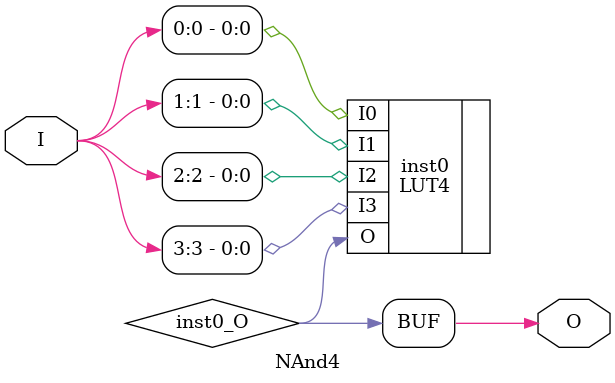
<source format=v>
module NAnd4 (input [3:0] I, output  O);
wire  inst0_O;
LUT4 #(.INIT(16'h8000)) inst0 (.I0(I[0]), .I1(I[1]), .I2(I[2]), .I3(I[3]), .O(inst0_O));
assign O = inst0_O;
endmodule


</source>
